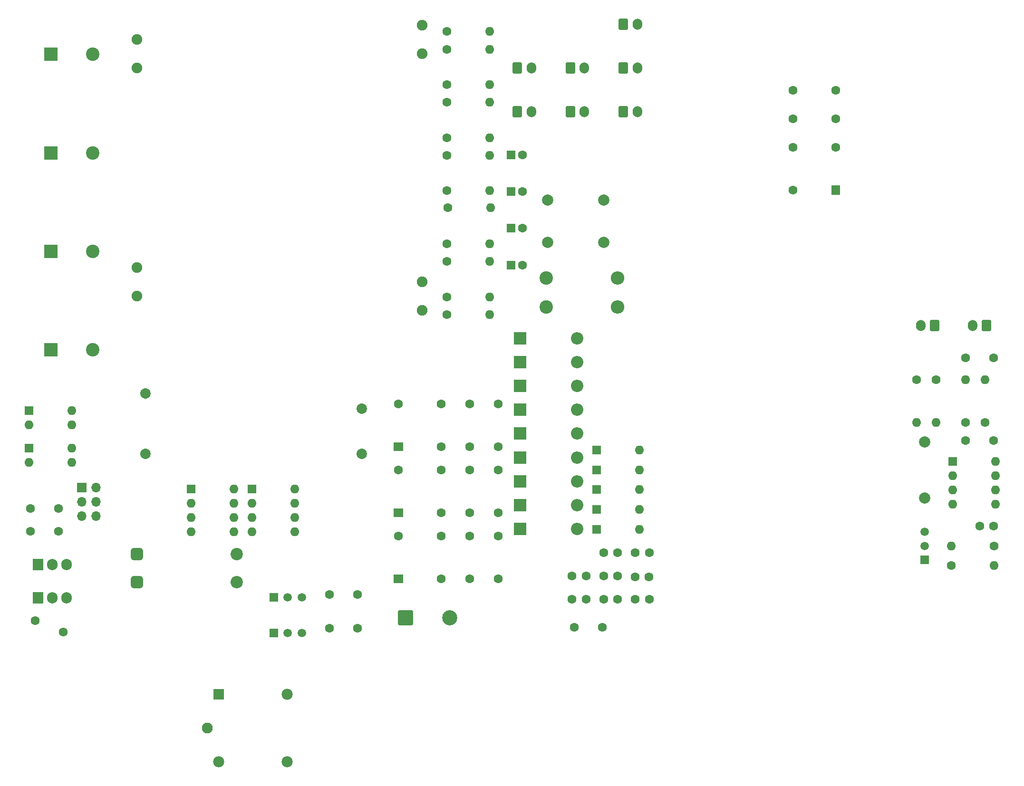
<source format=gbl>
%TF.GenerationSoftware,KiCad,Pcbnew,8.0.5*%
%TF.CreationDate,2024-09-22T13:44:18+02:00*%
%TF.ProjectId,gain_box,6761696e-5f62-46f7-982e-6b696361645f,rev?*%
%TF.SameCoordinates,Original*%
%TF.FileFunction,Copper,L2,Bot*%
%TF.FilePolarity,Positive*%
%FSLAX46Y46*%
G04 Gerber Fmt 4.6, Leading zero omitted, Abs format (unit mm)*
G04 Created by KiCad (PCBNEW 8.0.5) date 2024-09-22 13:44:18*
%MOMM*%
%LPD*%
G01*
G04 APERTURE LIST*
G04 Aperture macros list*
%AMRoundRect*
0 Rectangle with rounded corners*
0 $1 Rounding radius*
0 $2 $3 $4 $5 $6 $7 $8 $9 X,Y pos of 4 corners*
0 Add a 4 corners polygon primitive as box body*
4,1,4,$2,$3,$4,$5,$6,$7,$8,$9,$2,$3,0*
0 Add four circle primitives for the rounded corners*
1,1,$1+$1,$2,$3*
1,1,$1+$1,$4,$5*
1,1,$1+$1,$6,$7*
1,1,$1+$1,$8,$9*
0 Add four rect primitives between the rounded corners*
20,1,$1+$1,$2,$3,$4,$5,0*
20,1,$1+$1,$4,$5,$6,$7,0*
20,1,$1+$1,$6,$7,$8,$9,0*
20,1,$1+$1,$8,$9,$2,$3,0*%
G04 Aperture macros list end*
%TA.AperFunction,ComponentPad*%
%ADD10R,1.600000X1.600000*%
%TD*%
%TA.AperFunction,ComponentPad*%
%ADD11O,1.600000X1.600000*%
%TD*%
%TA.AperFunction,ComponentPad*%
%ADD12C,1.600000*%
%TD*%
%TA.AperFunction,ComponentPad*%
%ADD13C,2.400000*%
%TD*%
%TA.AperFunction,ComponentPad*%
%ADD14O,2.400000X2.400000*%
%TD*%
%TA.AperFunction,ComponentPad*%
%ADD15RoundRect,0.250000X-0.600000X-0.750000X0.600000X-0.750000X0.600000X0.750000X-0.600000X0.750000X0*%
%TD*%
%TA.AperFunction,ComponentPad*%
%ADD16O,1.700000X2.000000*%
%TD*%
%TA.AperFunction,ComponentPad*%
%ADD17R,2.200000X2.200000*%
%TD*%
%TA.AperFunction,ComponentPad*%
%ADD18O,2.200000X2.200000*%
%TD*%
%TA.AperFunction,ComponentPad*%
%ADD19RoundRect,0.250001X-1.099999X-1.099999X1.099999X-1.099999X1.099999X1.099999X-1.099999X1.099999X0*%
%TD*%
%TA.AperFunction,ComponentPad*%
%ADD20C,2.700000*%
%TD*%
%TA.AperFunction,ComponentPad*%
%ADD21R,1.508000X1.508000*%
%TD*%
%TA.AperFunction,ComponentPad*%
%ADD22C,1.508000*%
%TD*%
%TA.AperFunction,ComponentPad*%
%ADD23RoundRect,0.550000X-0.550000X-0.550000X0.550000X-0.550000X0.550000X0.550000X-0.550000X0.550000X0*%
%TD*%
%TA.AperFunction,ComponentPad*%
%ADD24C,2.200000*%
%TD*%
%TA.AperFunction,ComponentPad*%
%ADD25R,1.600000X1.800000*%
%TD*%
%TA.AperFunction,ComponentPad*%
%ADD26C,2.000000*%
%TD*%
%TA.AperFunction,ComponentPad*%
%ADD27R,2.400000X2.400000*%
%TD*%
%TA.AperFunction,ComponentPad*%
%ADD28R,1.980000X1.980000*%
%TD*%
%TA.AperFunction,ComponentPad*%
%ADD29C,1.980000*%
%TD*%
%TA.AperFunction,ComponentPad*%
%ADD30C,1.935000*%
%TD*%
%TA.AperFunction,ComponentPad*%
%ADD31R,1.905000X2.000000*%
%TD*%
%TA.AperFunction,ComponentPad*%
%ADD32O,1.905000X2.000000*%
%TD*%
%TA.AperFunction,ComponentPad*%
%ADD33C,1.905000*%
%TD*%
%TA.AperFunction,ComponentPad*%
%ADD34RoundRect,0.250000X0.600000X0.750000X-0.600000X0.750000X-0.600000X-0.750000X0.600000X-0.750000X0*%
%TD*%
%TA.AperFunction,ComponentPad*%
%ADD35R,1.700000X1.700000*%
%TD*%
%TA.AperFunction,ComponentPad*%
%ADD36O,1.700000X1.700000*%
%TD*%
%TA.AperFunction,ComponentPad*%
%ADD37C,1.860000*%
%TD*%
%TA.AperFunction,ComponentPad*%
%ADD38R,1.800000X1.600000*%
%TD*%
G04 APERTURE END LIST*
D10*
%TO.P,U2,1*%
%TO.N,Net-(C8-Pad1)*%
X80450000Y-123980000D03*
D11*
%TO.P,U2,2,-*%
%TO.N,Net-(U2A--)*%
X80450000Y-126520000D03*
%TO.P,U2,3,+*%
%TO.N,Net-(U2A-+)*%
X80450000Y-129060000D03*
%TO.P,U2,4,V-*%
%TO.N,AV-*%
X80450000Y-131600000D03*
%TO.P,U2,5,+*%
%TO.N,AGND*%
X88070000Y-131600000D03*
%TO.P,U2,6,-*%
%TO.N,Net-(U2B--)*%
X88070000Y-129060000D03*
%TO.P,U2,7*%
X88070000Y-126520000D03*
%TO.P,U2,8,V+*%
%TO.N,AV+*%
X88070000Y-123980000D03*
%TD*%
D10*
%TO.P,D1,1,K*%
%TO.N,+12V*%
X152700000Y-116980000D03*
D11*
%TO.P,D1,2,A*%
%TO.N,UNMUTE_G*%
X160320000Y-116980000D03*
%TD*%
D12*
%TO.P,C1,1*%
%TO.N,IN_FL*%
X223400000Y-100580000D03*
%TO.P,C1,2*%
%TO.N,Net-(C1-Pad2)*%
X218400000Y-100580000D03*
%TD*%
D13*
%TO.P,R17,1*%
%TO.N,Net-(D10-A)*%
X143700000Y-91510000D03*
D14*
%TO.P,R17,2*%
%TO.N,Net-(D12-A)*%
X156400000Y-91510000D03*
%TD*%
D12*
%TO.P,R8,1*%
%TO.N,Net-(U2A-+)*%
X126000000Y-61360000D03*
D11*
%TO.P,R8,2*%
%TO.N,AGND*%
X133620000Y-61360000D03*
%TD*%
D12*
%TO.P,R3,1*%
%TO.N,Net-(U3A-+)*%
X126000000Y-45610000D03*
D11*
%TO.P,R3,2*%
%TO.N,Net-(C3-Pad2)*%
X133620000Y-45610000D03*
%TD*%
D15*
%TO.P,J7,1,Pin_1*%
%TO.N,AGND*%
X157470000Y-41110000D03*
D16*
%TO.P,J7,2,Pin_2*%
%TO.N,Net-(J7-Pin_2)*%
X159970000Y-41110000D03*
%TD*%
D17*
%TO.P,D6,1,K*%
%TO.N,+12V*%
X139090000Y-97080000D03*
D18*
%TO.P,D6,2,A*%
%TO.N,+5V*%
X149250000Y-97080000D03*
%TD*%
D19*
%TO.P,J11,1,Pin_1*%
%TO.N,AC_N*%
X118645000Y-146860000D03*
D20*
%TO.P,J11,2,Pin_2*%
%TO.N,Net-(J11-Pin_2)*%
X126565000Y-146860000D03*
%TD*%
D21*
%TO.P,RV1,1,1*%
%TO.N,Net-(U1A--)*%
X211150000Y-136580000D03*
D22*
%TO.P,RV1,2,2*%
%TO.N,Net-(C7-Pad1)*%
X211150000Y-134080000D03*
%TO.P,RV1,3,3*%
X211150000Y-131580000D03*
%TD*%
D12*
%TO.P,R15,1*%
%TO.N,Net-(C9-Pad2)*%
X126000000Y-83410000D03*
D11*
%TO.P,R15,2*%
%TO.N,AGND*%
X133620000Y-83410000D03*
%TD*%
D23*
%TO.P,F1,1*%
%TO.N,Net-(J11-Pin_2)*%
X70820000Y-135530000D03*
X70820000Y-140530000D03*
D24*
%TO.P,F1,2*%
%TO.N,AC_L*%
X88620000Y-135530000D03*
X88620000Y-140530000D03*
%TD*%
D12*
%TO.P,C6,1*%
%TO.N,AGND*%
X51830000Y-131460000D03*
%TO.P,C6,2*%
%TO.N,Net-(U3A-+)*%
X56830000Y-131460000D03*
%TD*%
%TO.P,R7,1*%
%TO.N,Net-(U1A-+)*%
X221900000Y-112140000D03*
D11*
%TO.P,R7,2*%
%TO.N,AGND*%
X221900000Y-104520000D03*
%TD*%
D12*
%TO.P,K1,11*%
%TO.N,AGND*%
X195320000Y-63090000D03*
%TO.P,K1,12*%
%TO.N,OUT_FL*%
X195320000Y-58010000D03*
%TO.P,K1,14*%
%TO.N,unconnected-(K1-Pad14)*%
X195320000Y-52930000D03*
%TO.P,K1,21*%
%TO.N,AGND*%
X187700000Y-63090000D03*
%TO.P,K1,22*%
%TO.N,OUT_FL*%
X187700000Y-58010000D03*
%TO.P,K1,24*%
%TO.N,unconnected-(K1-Pad24)*%
X187700000Y-52930000D03*
D25*
%TO.P,K1,A1*%
%TO.N,+12V*%
X195320000Y-70710000D03*
D12*
%TO.P,K1,A2*%
%TO.N,UNMUTE_G*%
X187700000Y-70710000D03*
%TD*%
%TO.P,R13,1*%
%TO.N,Net-(C7-Pad2)*%
X213150000Y-104520000D03*
D11*
%TO.P,R13,2*%
%TO.N,AGND*%
X213150000Y-112140000D03*
%TD*%
D17*
%TO.P,D14,1,K*%
%TO.N,AGND*%
X139090000Y-131080000D03*
D18*
%TO.P,D14,2,A*%
%TO.N,AV-*%
X149250000Y-131080000D03*
%TD*%
D12*
%TO.P,R6,1*%
%TO.N,OUT_FR*%
X126000000Y-55060000D03*
D11*
%TO.P,R6,2*%
%TO.N,Net-(C9-Pad2)*%
X133620000Y-55060000D03*
%TD*%
D12*
%TO.P,C18,1*%
%TO.N,AGND*%
X159590000Y-143580000D03*
%TO.P,C18,2*%
%TO.N,AV-*%
X162090000Y-143580000D03*
%TD*%
D15*
%TO.P,J5,1,Pin_1*%
%TO.N,AGND*%
X148020000Y-48910000D03*
D16*
%TO.P,J5,2,Pin_2*%
%TO.N,OUT_CEN*%
X150520000Y-48910000D03*
%TD*%
D10*
%TO.P,C25,1*%
%TO.N,AGND*%
X137459775Y-70960000D03*
D12*
%TO.P,C25,2*%
%TO.N,AV-*%
X139459775Y-70960000D03*
%TD*%
D26*
%TO.P,C9,1*%
%TO.N,Net-(C9-Pad1)*%
X144000000Y-80010000D03*
%TO.P,C9,2*%
%TO.N,Net-(C9-Pad2)*%
X154000000Y-80010000D03*
%TD*%
D12*
%TO.P,C12,1*%
%TO.N,AV-*%
X148290000Y-143580000D03*
%TO.P,C12,2*%
%TO.N,AV+*%
X150790000Y-143580000D03*
%TD*%
%TO.P,R14,1*%
%TO.N,Net-(C8-Pad2)*%
X126000000Y-80260000D03*
D11*
%TO.P,R14,2*%
%TO.N,AGND*%
X133620000Y-80260000D03*
%TD*%
D10*
%TO.P,U1,1*%
%TO.N,Net-(C7-Pad1)*%
X216100000Y-119030000D03*
D11*
%TO.P,U1,2,-*%
%TO.N,Net-(U1A--)*%
X216100000Y-121570000D03*
%TO.P,U1,3,+*%
%TO.N,Net-(U1A-+)*%
X216100000Y-124110000D03*
%TO.P,U1,4,V-*%
%TO.N,AV-*%
X216100000Y-126650000D03*
%TO.P,U1,5,+*%
%TO.N,AGND*%
X223720000Y-126650000D03*
%TO.P,U1,6,-*%
%TO.N,Net-(U1B--)*%
X223720000Y-124110000D03*
%TO.P,U1,7*%
X223720000Y-121570000D03*
%TO.P,U1,8,V+*%
%TO.N,AV+*%
X223720000Y-119030000D03*
%TD*%
D12*
%TO.P,R1,1*%
%TO.N,Net-(U1A-+)*%
X218400000Y-112140000D03*
D11*
%TO.P,R1,2*%
%TO.N,Net-(C1-Pad2)*%
X218400000Y-104520000D03*
%TD*%
D27*
%TO.P,C21,1*%
%TO.N,AGND*%
X55454491Y-64060000D03*
D13*
%TO.P,C21,2*%
%TO.N,Net-(D10-A)*%
X62954491Y-64060000D03*
%TD*%
D10*
%TO.P,D2,1,K*%
%TO.N,+12V*%
X152700000Y-120530000D03*
D11*
%TO.P,D2,2,A*%
%TO.N,UNMUTE_G*%
X160320000Y-120530000D03*
%TD*%
D12*
%TO.P,C17,1*%
%TO.N,AV+*%
X159530000Y-139580000D03*
%TO.P,C17,2*%
%TO.N,AGND*%
X162030000Y-139580000D03*
%TD*%
D10*
%TO.P,C26,1*%
%TO.N,+12V*%
X137459775Y-77510000D03*
D12*
%TO.P,C26,2*%
%TO.N,GND*%
X139459775Y-77510000D03*
%TD*%
D10*
%TO.P,U10,1*%
%TO.N,Net-(R19-Pad2)*%
X51580000Y-116710000D03*
D11*
%TO.P,U10,2*%
%TO.N,AGND*%
X51580000Y-119250000D03*
%TO.P,U10,3*%
%TO.N,GND*%
X59200000Y-119250000D03*
%TO.P,U10,4*%
%TO.N,EXTTRIG*%
X59200000Y-116710000D03*
%TD*%
D12*
%TO.P,R12,1*%
%TO.N,Net-(U3A--)*%
X126210000Y-73800000D03*
D11*
%TO.P,R12,2*%
%TO.N,AGND*%
X133830000Y-73800000D03*
%TD*%
D12*
%TO.P,C16,1*%
%TO.N,AGND*%
X159590000Y-135280000D03*
%TO.P,C16,2*%
%TO.N,Net-(D12-A)*%
X162090000Y-135280000D03*
%TD*%
D15*
%TO.P,J8,1,Pin_1*%
%TO.N,GND*%
X157470000Y-48910000D03*
D16*
%TO.P,J8,2,Pin_2*%
%TO.N,TGO1*%
X159970000Y-48910000D03*
%TD*%
D12*
%TO.P,R5,1*%
%TO.N,OUT_CEN*%
X126000000Y-51910000D03*
D11*
%TO.P,R5,2*%
%TO.N,Net-(C8-Pad2)*%
X133620000Y-51910000D03*
%TD*%
D12*
%TO.P,C11,1*%
%TO.N,AV-*%
X148290000Y-139430000D03*
%TO.P,C11,2*%
%TO.N,AV+*%
X150790000Y-139430000D03*
%TD*%
D17*
%TO.P,D11,1,K*%
%TO.N,Net-(D11-K)*%
X139090000Y-118330000D03*
D18*
%TO.P,D11,2,A*%
%TO.N,AV+*%
X149250000Y-118330000D03*
%TD*%
D28*
%TO.P,K4,A1*%
%TO.N,AC_EN_G*%
X85390000Y-160545000D03*
D29*
%TO.P,K4,A2*%
%TO.N,+12V*%
X85390000Y-172545000D03*
D30*
%TO.P,K4,COM*%
%TO.N,AC_L*%
X83390000Y-166545000D03*
D29*
%TO.P,K4,NC*%
%TO.N,unconnected-(K4-PadNC)*%
X97590000Y-160545000D03*
%TO.P,K4,NO*%
%TO.N,AC_L_SW*%
X97590000Y-172545000D03*
%TD*%
D12*
%TO.P,R4,1*%
%TO.N,OUT_FL*%
X209650000Y-104520000D03*
D11*
%TO.P,R4,2*%
%TO.N,Net-(C7-Pad2)*%
X209650000Y-112140000D03*
%TD*%
D31*
%TO.P,U4,1,VI*%
%TO.N,Net-(D11-K)*%
X53190000Y-137410000D03*
D32*
%TO.P,U4,2,GND*%
%TO.N,AGND*%
X55730000Y-137410000D03*
%TO.P,U4,3,VO*%
%TO.N,AV+*%
X58270000Y-137410000D03*
%TD*%
D12*
%TO.P,R24,1*%
%TO.N,Net-(U3A--)*%
X126000000Y-92860000D03*
D11*
%TO.P,R24,2*%
%TO.N,Net-(C9-Pad1)*%
X133620000Y-92860000D03*
%TD*%
D33*
%TO.P,T1,3*%
%TO.N,AC_N*%
X70850000Y-43825000D03*
%TO.P,T1,4*%
%TO.N,Net-(T1-Pad4)*%
X70850000Y-48905000D03*
%TO.P,T1,5*%
X70850000Y-84465000D03*
%TO.P,T1,6*%
%TO.N,AC_L_SW*%
X70850000Y-89545000D03*
%TO.P,T1,11*%
%TO.N,AC_SENSE*%
X121650000Y-92085000D03*
%TO.P,T1,12*%
%TO.N,AGND*%
X121650000Y-87005000D03*
%TO.P,T1,13*%
X121650000Y-46365000D03*
%TO.P,T1,14*%
%TO.N,Net-(D10-K)*%
X121650000Y-41285000D03*
%TD*%
D15*
%TO.P,J2,1,Pin_1*%
%TO.N,AGND*%
X138570000Y-48910000D03*
D16*
%TO.P,J2,2,Pin_2*%
%TO.N,IN_CEN*%
X141070000Y-48910000D03*
%TD*%
D21*
%TO.P,RV2,1,1*%
%TO.N,Net-(U2A--)*%
X95165000Y-143230000D03*
D22*
%TO.P,RV2,2,2*%
%TO.N,Net-(C8-Pad1)*%
X97665000Y-143230000D03*
%TO.P,RV2,3,3*%
X100165000Y-143230000D03*
%TD*%
D10*
%TO.P,D5,1,K*%
%TO.N,+12V*%
X152700000Y-131180000D03*
D11*
%TO.P,D5,2,A*%
%TO.N,TRIG_G*%
X160320000Y-131180000D03*
%TD*%
D26*
%TO.P,C7,1*%
%TO.N,Net-(C7-Pad1)*%
X211150000Y-125580000D03*
%TO.P,C7,2*%
%TO.N,Net-(C7-Pad2)*%
X211150000Y-115580000D03*
%TD*%
D34*
%TO.P,J4,1,Pin_1*%
%TO.N,AGND*%
X212900000Y-94830000D03*
D16*
%TO.P,J4,2,Pin_2*%
%TO.N,OUT_FL*%
X210400000Y-94830000D03*
%TD*%
D10*
%TO.P,D4,1,K*%
%TO.N,+12V*%
X152700000Y-127630000D03*
D11*
%TO.P,D4,2,A*%
%TO.N,AC_EN_G*%
X160320000Y-127630000D03*
%TD*%
D15*
%TO.P,J9,1,Pin_1*%
%TO.N,GND*%
X157470000Y-56710000D03*
D16*
%TO.P,J9,2,Pin_2*%
%TO.N,TGO2*%
X159970000Y-56710000D03*
%TD*%
D26*
%TO.P,C8,1*%
%TO.N,Net-(C8-Pad1)*%
X144000000Y-72460000D03*
%TO.P,C8,2*%
%TO.N,Net-(C8-Pad2)*%
X154000000Y-72460000D03*
%TD*%
D27*
%TO.P,C20,1*%
%TO.N,Net-(D7-K)*%
X55454491Y-46510000D03*
D13*
%TO.P,C20,2*%
%TO.N,AGND*%
X62954491Y-46510000D03*
%TD*%
D10*
%TO.P,D3,1,K*%
%TO.N,+12V*%
X152700000Y-124080000D03*
D11*
%TO.P,D3,2,A*%
%TO.N,UNMUTE_G*%
X160320000Y-124080000D03*
%TD*%
D12*
%TO.P,R9,1*%
%TO.N,Net-(U3A-+)*%
X126000000Y-64510000D03*
D11*
%TO.P,R9,2*%
%TO.N,AGND*%
X133620000Y-64510000D03*
%TD*%
D17*
%TO.P,D13,1,K*%
%TO.N,AV+*%
X139090000Y-126830000D03*
D18*
%TO.P,D13,2,A*%
%TO.N,AGND*%
X149250000Y-126830000D03*
%TD*%
D17*
%TO.P,D9,1,K*%
%TO.N,Net-(D7-K)*%
X139090000Y-109830000D03*
D18*
%TO.P,D9,2,A*%
%TO.N,Net-(D10-K)*%
X149250000Y-109830000D03*
%TD*%
D12*
%TO.P,C3,1*%
%TO.N,IN_FR*%
X105080000Y-148780000D03*
%TO.P,C3,2*%
%TO.N,Net-(C3-Pad2)*%
X110080000Y-148780000D03*
%TD*%
D27*
%TO.P,C22,1*%
%TO.N,Net-(D11-K)*%
X55454491Y-81610000D03*
D13*
%TO.P,C22,2*%
%TO.N,AGND*%
X62954491Y-81610000D03*
%TD*%
D10*
%TO.P,U9,1*%
%TO.N,Net-(R18-Pad2)*%
X51580000Y-110010000D03*
D11*
%TO.P,U9,2*%
%TO.N,AGND*%
X51580000Y-112550000D03*
%TO.P,U9,3*%
%TO.N,GND*%
X59200000Y-112550000D03*
%TO.P,U9,4*%
%TO.N,AC_PULSE*%
X59200000Y-110010000D03*
%TD*%
D13*
%TO.P,R16,1*%
%TO.N,Net-(D7-K)*%
X143700000Y-86360000D03*
D14*
%TO.P,R16,2*%
%TO.N,Net-(D11-K)*%
X156400000Y-86360000D03*
%TD*%
D17*
%TO.P,D7,1,K*%
%TO.N,Net-(D7-K)*%
X139090000Y-101330000D03*
D18*
%TO.P,D7,2,A*%
%TO.N,AC_SENSE*%
X149250000Y-101330000D03*
%TD*%
D17*
%TO.P,D8,1,K*%
%TO.N,AC_SENSE*%
X139090000Y-105580000D03*
D18*
%TO.P,D8,2,A*%
%TO.N,Net-(D10-A)*%
X149250000Y-105580000D03*
%TD*%
D12*
%TO.P,C10,1*%
%TO.N,AV-*%
X220900000Y-130580000D03*
%TO.P,C10,2*%
%TO.N,AV+*%
X223400000Y-130580000D03*
%TD*%
D35*
%TO.P,J10,1,DATA*%
%TO.N,UPDI*%
X61030000Y-123660000D03*
D36*
%TO.P,J10,2,VCC*%
%TO.N,+5V*%
X63570000Y-123660000D03*
%TO.P,J10,3,NC*%
%TO.N,unconnected-(J10-NC-Pad3)*%
X61030000Y-126200000D03*
%TO.P,J10,4,NC*%
%TO.N,unconnected-(J10-NC-Pad4)*%
X63570000Y-126200000D03*
%TO.P,J10,5,NC*%
%TO.N,unconnected-(J10-NC-Pad5)*%
X61030000Y-128740000D03*
%TO.P,J10,6,GND*%
%TO.N,GND*%
X63570000Y-128740000D03*
%TD*%
D12*
%TO.P,C19,1*%
%TO.N,+12V*%
X148740000Y-148630000D03*
%TO.P,C19,2*%
%TO.N,GND*%
X153740000Y-148630000D03*
%TD*%
D10*
%TO.P,U3,1*%
%TO.N,Net-(C9-Pad1)*%
X91300000Y-123980000D03*
D11*
%TO.P,U3,2,-*%
%TO.N,Net-(U3A--)*%
X91300000Y-126520000D03*
%TO.P,U3,3,+*%
%TO.N,Net-(U3A-+)*%
X91300000Y-129060000D03*
%TO.P,U3,4,V-*%
%TO.N,AV-*%
X91300000Y-131600000D03*
%TO.P,U3,5,+*%
%TO.N,AGND*%
X98920000Y-131600000D03*
%TO.P,U3,6,-*%
%TO.N,Net-(U3B--)*%
X98920000Y-129060000D03*
%TO.P,U3,7*%
X98920000Y-126520000D03*
%TO.P,U3,8,V+*%
%TO.N,AV+*%
X98920000Y-123980000D03*
%TD*%
D12*
%TO.P,RV4,1*%
%TO.N,AC_L*%
X52730000Y-147380000D03*
%TO.P,RV4,2*%
%TO.N,AC_N*%
X57730000Y-149480000D03*
%TD*%
D17*
%TO.P,D12,1,K*%
%TO.N,AV-*%
X139090000Y-122580000D03*
D18*
%TO.P,D12,2,A*%
%TO.N,Net-(D12-A)*%
X149250000Y-122580000D03*
%TD*%
D15*
%TO.P,J3,1,Pin_1*%
%TO.N,AGND*%
X138570000Y-56710000D03*
D16*
%TO.P,J3,2,Pin_2*%
%TO.N,IN_FR*%
X141070000Y-56710000D03*
%TD*%
D21*
%TO.P,RV3,1,1*%
%TO.N,Net-(U3A--)*%
X95165000Y-149610000D03*
D22*
%TO.P,RV3,2,2*%
%TO.N,Net-(C9-Pad1)*%
X97665000Y-149610000D03*
%TO.P,RV3,3,3*%
X100165000Y-149610000D03*
%TD*%
D27*
%TO.P,C23,1*%
%TO.N,AGND*%
X55454491Y-99160000D03*
D13*
%TO.P,C23,2*%
%TO.N,Net-(D12-A)*%
X62954491Y-99160000D03*
%TD*%
D12*
%TO.P,C2,1*%
%TO.N,IN_CEN*%
X105080000Y-142730000D03*
%TO.P,C2,2*%
%TO.N,Net-(C2-Pad2)*%
X110080000Y-142730000D03*
%TD*%
D37*
%TO.P,PS1,+V,+V*%
%TO.N,+12V*%
X110850000Y-109680000D03*
%TO.P,PS1,-V,-V*%
%TO.N,GND*%
X110850000Y-117680000D03*
%TO.P,PS1,AC_L,AC/L*%
%TO.N,AC_L*%
X72350000Y-117680000D03*
%TO.P,PS1,AC_N,AC/N*%
%TO.N,AC_N*%
X72350000Y-106930000D03*
%TD*%
D12*
%TO.P,R11,1*%
%TO.N,Net-(U2A--)*%
X126000000Y-70810000D03*
D11*
%TO.P,R11,2*%
%TO.N,AGND*%
X133620000Y-70810000D03*
%TD*%
D34*
%TO.P,J1,1,Pin_1*%
%TO.N,AGND*%
X222150000Y-94830000D03*
D16*
%TO.P,J1,2,Pin_2*%
%TO.N,IN_FL*%
X219650000Y-94830000D03*
%TD*%
D17*
%TO.P,D10,1,K*%
%TO.N,Net-(D10-K)*%
X139090000Y-114080000D03*
D18*
%TO.P,D10,2,A*%
%TO.N,Net-(D10-A)*%
X149250000Y-114080000D03*
%TD*%
D12*
%TO.P,C5,1*%
%TO.N,AGND*%
X51830000Y-127410000D03*
%TO.P,C5,2*%
%TO.N,Net-(U2A-+)*%
X56830000Y-127410000D03*
%TD*%
%TO.P,C13,1*%
%TO.N,+5V*%
X153940000Y-135280000D03*
%TO.P,C13,2*%
%TO.N,GND*%
X156440000Y-135280000D03*
%TD*%
%TO.P,R10,1*%
%TO.N,Net-(U1A--)*%
X215840000Y-137580000D03*
D11*
%TO.P,R10,2*%
%TO.N,AGND*%
X223460000Y-137580000D03*
%TD*%
D15*
%TO.P,J6,1,Pin_1*%
%TO.N,AGND*%
X148020000Y-56710000D03*
D16*
%TO.P,J6,2,Pin_2*%
%TO.N,OUT_FR*%
X150520000Y-56710000D03*
%TD*%
D12*
%TO.P,K2,11*%
%TO.N,AGND*%
X125025000Y-116385000D03*
%TO.P,K2,12*%
%TO.N,OUT_CEN*%
X130105000Y-116385000D03*
%TO.P,K2,14*%
%TO.N,unconnected-(K2-Pad14)*%
X135185000Y-116385000D03*
%TO.P,K2,21*%
%TO.N,AGND*%
X125025000Y-108765000D03*
%TO.P,K2,22*%
%TO.N,OUT_CEN*%
X130105000Y-108765000D03*
%TO.P,K2,24*%
%TO.N,unconnected-(K2-Pad24)*%
X135185000Y-108765000D03*
D38*
%TO.P,K2,A1*%
%TO.N,+12V*%
X117405000Y-116385000D03*
D12*
%TO.P,K2,A2*%
%TO.N,UNMUTE_G*%
X117405000Y-108765000D03*
%TD*%
%TO.P,K3,11*%
%TO.N,AGND*%
X125025000Y-128180000D03*
%TO.P,K3,12*%
%TO.N,OUT_FR*%
X130105000Y-128180000D03*
%TO.P,K3,14*%
%TO.N,unconnected-(K3-Pad14)*%
X135185000Y-128180000D03*
%TO.P,K3,21*%
%TO.N,AGND*%
X125025000Y-120560000D03*
%TO.P,K3,22*%
%TO.N,OUT_FR*%
X130105000Y-120560000D03*
%TO.P,K3,24*%
%TO.N,unconnected-(K3-Pad24)*%
X135185000Y-120560000D03*
D38*
%TO.P,K3,A1*%
%TO.N,+12V*%
X117405000Y-128180000D03*
D12*
%TO.P,K3,A2*%
%TO.N,UNMUTE_G*%
X117405000Y-120560000D03*
%TD*%
%TO.P,C15,1*%
%TO.N,Net-(D11-K)*%
X153940000Y-143580000D03*
%TO.P,C15,2*%
%TO.N,AGND*%
X156440000Y-143580000D03*
%TD*%
%TO.P,R22,1*%
%TO.N,Net-(U1A--)*%
X223460000Y-134080000D03*
D11*
%TO.P,R22,2*%
%TO.N,Net-(C7-Pad1)*%
X215840000Y-134080000D03*
%TD*%
D31*
%TO.P,U5,1,GND*%
%TO.N,AGND*%
X53190000Y-143370000D03*
D32*
%TO.P,U5,2,VI*%
%TO.N,Net-(D12-A)*%
X55730000Y-143370000D03*
%TO.P,U5,3,VO*%
%TO.N,AV-*%
X58270000Y-143370000D03*
%TD*%
D10*
%TO.P,C27,1*%
%TO.N,+12V*%
X137459775Y-84060000D03*
D12*
%TO.P,C27,2*%
%TO.N,GND*%
X139459775Y-84060000D03*
%TD*%
D10*
%TO.P,C24,1*%
%TO.N,AV+*%
X137459775Y-64410000D03*
D12*
%TO.P,C24,2*%
%TO.N,AGND*%
X139459775Y-64410000D03*
%TD*%
%TO.P,R2,1*%
%TO.N,Net-(U2A-+)*%
X126000000Y-42460000D03*
D11*
%TO.P,R2,2*%
%TO.N,Net-(C2-Pad2)*%
X133620000Y-42460000D03*
%TD*%
D12*
%TO.P,R23,1*%
%TO.N,Net-(U2A--)*%
X126000000Y-89710000D03*
D11*
%TO.P,R23,2*%
%TO.N,Net-(C8-Pad1)*%
X133620000Y-89710000D03*
%TD*%
D12*
%TO.P,C14,1*%
%TO.N,+5V*%
X153940000Y-139430000D03*
%TO.P,C14,2*%
%TO.N,GND*%
X156440000Y-139430000D03*
%TD*%
%TO.P,C4,1*%
%TO.N,AGND*%
X223400000Y-115330000D03*
%TO.P,C4,2*%
%TO.N,Net-(U1A-+)*%
X218400000Y-115330000D03*
%TD*%
%TO.P,K5,11*%
%TO.N,+12V*%
X125025000Y-139975000D03*
%TO.P,K5,12*%
%TO.N,unconnected-(K5-Pad12)*%
X130105000Y-139975000D03*
%TO.P,K5,14*%
%TO.N,TGO2*%
X135185000Y-139975000D03*
%TO.P,K5,21*%
%TO.N,+12V*%
X125025000Y-132355000D03*
%TO.P,K5,22*%
%TO.N,unconnected-(K5-Pad22)*%
X130105000Y-132355000D03*
%TO.P,K5,24*%
%TO.N,TGO1*%
X135185000Y-132355000D03*
D38*
%TO.P,K5,A1*%
%TO.N,TRIG_G*%
X117405000Y-139975000D03*
D12*
%TO.P,K5,A2*%
%TO.N,+12V*%
X117405000Y-132355000D03*
%TD*%
M02*

</source>
